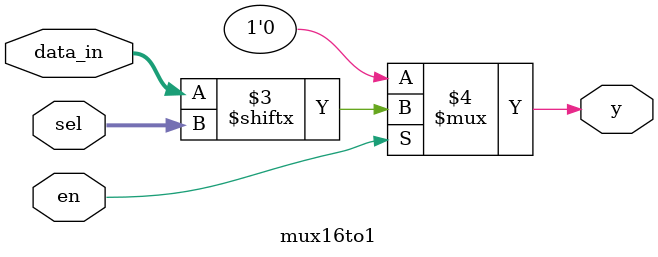
<source format=v>
module mux16to1 (
	input wire [15:0] data_in,
	input wire [3:0] sel,
	input wire en,
	output reg y
);

always @(*) begin
	y = (!en) ? 1'b0 : data_in[sel];
end

endmodule


</source>
